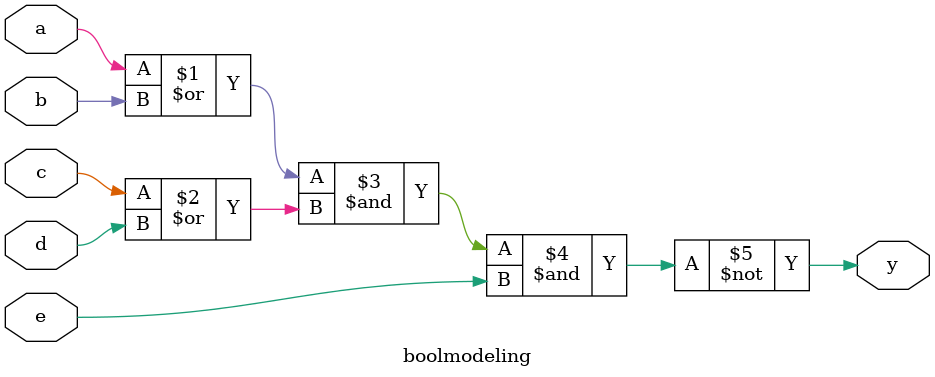
<source format=v>
`timescale 1ns / 1ps

module boolmodeling(a,b,c,d,e,y);
    input a,b,c,d,e;
    output y;
    
    assign y = ~((a|b)&(c|d)&e);
endmodule

</source>
